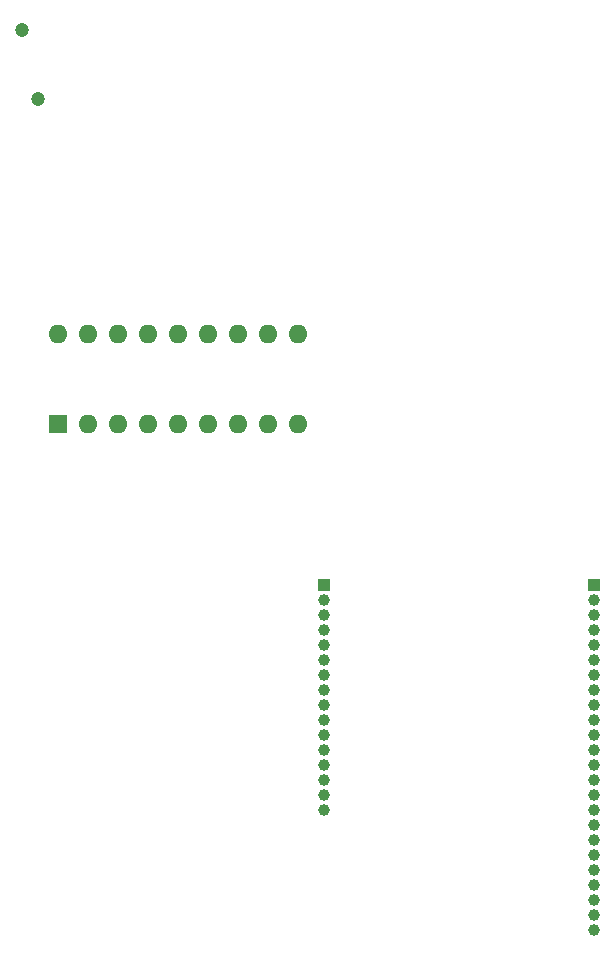
<source format=gbr>
%TF.GenerationSoftware,KiCad,Pcbnew,(5.1.8)-1*%
%TF.CreationDate,2020-12-26T14:40:12+03:00*%
%TF.ProjectId,mesp240_opll,6d657370-3234-4305-9f6f-706c6c2e6b69,rev?*%
%TF.SameCoordinates,Original*%
%TF.FileFunction,Soldermask,Bot*%
%TF.FilePolarity,Negative*%
%FSLAX46Y46*%
G04 Gerber Fmt 4.6, Leading zero omitted, Abs format (unit mm)*
G04 Created by KiCad (PCBNEW (5.1.8)-1) date 2020-12-26 14:40:12*
%MOMM*%
%LPD*%
G01*
G04 APERTURE LIST*
%ADD10C,1.000000*%
%ADD11R,1.000000X1.000000*%
%ADD12O,1.600000X1.600000*%
%ADD13R,1.600000X1.600000*%
%ADD14C,1.200000*%
G04 APERTURE END LIST*
D10*
%TO.C,U1*%
X263423000Y-118671000D03*
X263423000Y-117401000D03*
X263423000Y-116131000D03*
X263423000Y-114861000D03*
X263423000Y-113591000D03*
X263423000Y-112321000D03*
X263423000Y-111051000D03*
X263423000Y-109781000D03*
X263423000Y-108511000D03*
X263423000Y-107241000D03*
X263423000Y-105971000D03*
X263423000Y-104701000D03*
X263423000Y-103431000D03*
X263423000Y-102161000D03*
X263423000Y-100891000D03*
X263423000Y-99621000D03*
X263423000Y-98351000D03*
X263423000Y-97081000D03*
X263423000Y-95811000D03*
X263423000Y-94541000D03*
X263423000Y-93271000D03*
X263423000Y-92001000D03*
X263423000Y-90731000D03*
D11*
X263423000Y-89461000D03*
D10*
X240563000Y-108511000D03*
X240563000Y-107241000D03*
X240563000Y-105971000D03*
X240563000Y-104701000D03*
X240563000Y-103431000D03*
X240563000Y-102161000D03*
X240563000Y-100891000D03*
X240563000Y-99621000D03*
X240563000Y-98351000D03*
X240563000Y-97081000D03*
X240563000Y-95811000D03*
X240563000Y-94541000D03*
X240563000Y-93271000D03*
X240563000Y-92001000D03*
X240563000Y-90731000D03*
D11*
X240563000Y-89461000D03*
%TD*%
D12*
%TO.C,U3*%
X218008000Y-68224400D03*
X238328000Y-75844400D03*
X220548000Y-68224400D03*
X235788000Y-75844400D03*
X223088000Y-68224400D03*
X233248000Y-75844400D03*
X225628000Y-68224400D03*
X230708000Y-75844400D03*
X228168000Y-68224400D03*
X228168000Y-75844400D03*
X230708000Y-68224400D03*
X225628000Y-75844400D03*
X233248000Y-68224400D03*
X223088000Y-75844400D03*
X235788000Y-68224400D03*
X220548000Y-75844400D03*
X238328000Y-68224400D03*
D13*
X218008000Y-75844400D03*
%TD*%
D14*
%TO.C,J1*%
X216295853Y-48262110D03*
X214946147Y-42415890D03*
%TD*%
M02*

</source>
